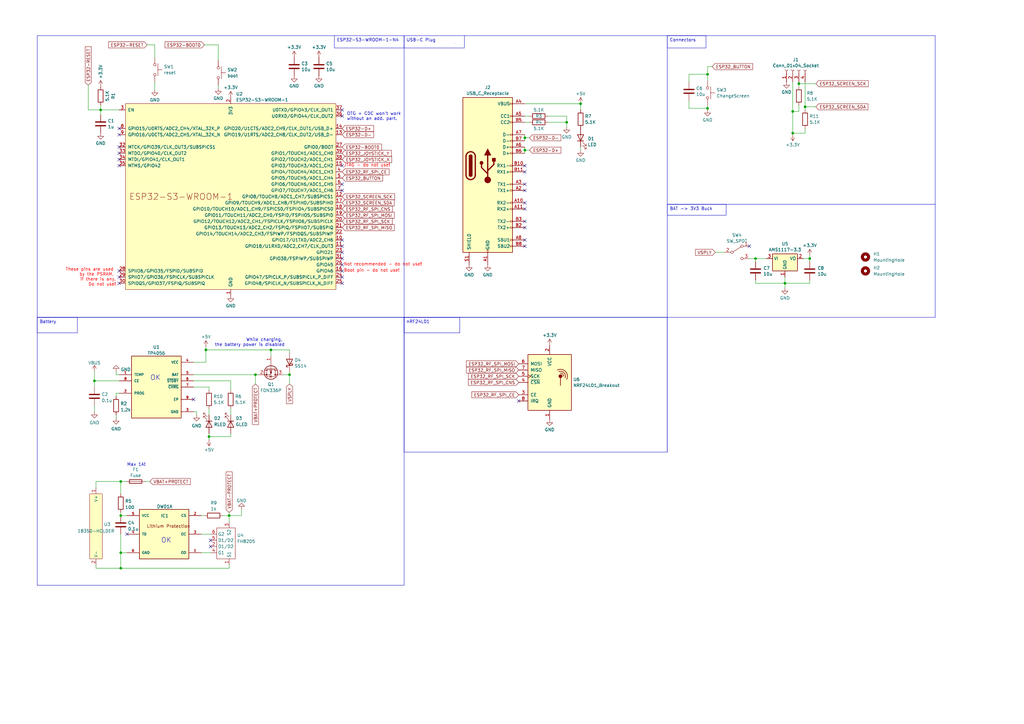
<source format=kicad_sch>
(kicad_sch (version 20230121) (generator eeschema)
  (paper "A3")
  (title_block (title "3mode controller") (date "2024-04-21"))
  (lib_symbols
    (symbol "Connector:Conn_01x04_Socket" (pin_names (offset 1.016) hide)
      (property "Reference" "J" (at 0 5.08 0))
      (property "Value" "Conn_01x04_Socket" (at 0 -7.62 0))
      (symbol "Conn_01x04_Socket_1_1"
        (pin passive line (at -5.08 2.54 0) (length 3.81) (name "Pin_1") (number "1"))
        (pin passive line (at -5.08 0 0) (length 3.81) (name "Pin_2") (number "2"))
        (pin passive line (at -5.08 -2.54 0) (length 3.81) (name "Pin_3") (number "3"))
        (pin passive line (at -5.08 -5.08 0) (length 3.81) (name "Pin_4") (number "4"))
      )
    )
    (symbol "Connector:USB_C_Receptacle" (pin_names (offset 1.016))
      (property "Reference" "J" (at -10.16 29.21 0))
      (property "Value" "USB_C_Receptacle" (at 10.16 29.21 0))
      (symbol "USB_C_Receptacle_1_1"
        (pin passive line (at 0 -40.64 90) (length 5.08) (name "GND") (number "A1"))
        (pin bidirectional line (at 15.24 -15.24 180) (length 5.08) (name "RX2-") (number "A10"))
        (pin bidirectional line (at 15.24 -17.78 180) (length 5.08) (name "RX2+") (number "A11"))
        (pin passive line (at 0 -40.64 90) (length 5.08) hide (name "GND") (number "A12"))
        (pin bidirectional line (at 15.24 -10.16 180) (length 5.08) (name "TX1+") (number "A2"))
        (pin bidirectional line (at 15.24 -7.62 180) (length 5.08) (name "TX1-") (number "A3"))
        (pin passive line (at 15.24 25.4 180) (length 5.08) (name "VBUS") (number "A4"))
        (pin bidirectional line (at 15.24 20.32 180) (length 5.08) (name "CC1") (number "A5"))
        (pin bidirectional line (at 15.24 7.62 180) (length 5.08) (name "D+") (number "A6"))
        (pin bidirectional line (at 15.24 12.7 180) (length 5.08) (name "D-") (number "A7"))
        (pin bidirectional line (at 15.24 -30.48 180) (length 5.08) (name "SBU1") (number "A8"))
        (pin passive line (at 15.24 25.4 180) (length 5.08) hide (name "VBUS") (number "A9"))
        (pin passive line (at 0 -40.64 90) (length 5.08) hide (name "GND") (number "B1"))
        (pin bidirectional line (at 15.24 0 180) (length 5.08) (name "RX1-") (number "B10"))
        (pin bidirectional line (at 15.24 -2.54 180) (length 5.08) (name "RX1+") (number "B11"))
        (pin passive line (at 0 -40.64 90) (length 5.08) hide (name "GND") (number "B12"))
        (pin bidirectional line (at 15.24 -25.4 180) (length 5.08) (name "TX2+") (number "B2"))
        (pin bidirectional line (at 15.24 -22.86 180) (length 5.08) (name "TX2-") (number "B3"))
        (pin passive line (at 15.24 25.4 180) (length 5.08) hide (name "VBUS") (number "B4"))
        (pin bidirectional line (at 15.24 17.78 180) (length 5.08) (name "CC2") (number "B5"))
        (pin bidirectional line (at 15.24 5.08 180) (length 5.08) (name "D+") (number "B6"))
        (pin bidirectional line (at 15.24 10.16 180) (length 5.08) (name "D-") (number "B7"))
        (pin bidirectional line (at 15.24 -33.02 180) (length 5.08) (name "SBU2") (number "B8"))
        (pin passive line (at 15.24 25.4 180) (length 5.08) hide (name "VBUS") (number "B9"))
        (pin passive line (at -7.62 -40.64 90) (length 5.08) (name "SHIELD") (number "S1"))
      )
    )
    (symbol "CustomSymbols:18350-HOLDER"
      (property "Reference" "U" (at 0 -7.62 0))
      (property "Value" "18350-HOLDER" (at 0 -10.16 0))
      (symbol "18350-HOLDER_1_1"
        (pin bidirectional line (at -16.51 0 0) (length 2.54) (name "V+") (number "1"))
        (pin bidirectional line (at 15.24 0 180) (length 2.54) (name "V-") (number "2"))
      )
    )
    (symbol "DW01A:DW01A" (pin_names (offset 1.016))
      (property "Reference" "IC1" (at 0.2094 7.5098 0))
      (property "Value" "DW01A" (at 0.2094 11.3229 0))
      (symbol "DW01A_0_0"
        (text "Lithium Protection" (at -7.112 2.54 0) (effects (font (size 1.27 1.27)) (justify left bottom)))
        (pin bidirectional line (at 15.24 -7.62 180) (length 5.08) (name "OD") (number "1"))
        (pin bidirectional line (at 15.24 7.62 180) (length 5.08) (name "CS") (number "2"))
        (pin bidirectional line (at 15.24 0 180) (length 5.08) (name "OC") (number "3"))
        (pin bidirectional line (at -15.24 0 0) (length 5.08) (name "TD") (number "4"))
        (pin power_in line (at -15.24 7.62 0) (length 5.08) (name "VCC") (number "5"))
        (pin power_in line (at -15.24 -7.62 0) (length 5.08) (name "GND") (number "6"))
      )
    )
    (symbol "Device:C" (pin_numbers hide) (pin_names (offset 0.254))
      (property "Reference" "C" (at 0.635 2.54 0))
      (property "Value" "C" (at 0.635 -2.54 0))
      (symbol "C_1_1"
        (pin passive line (at 0 3.81 270) (length 2.794) (name "~") (number "1"))
        (pin passive line (at 0 -3.81 90) (length 2.794) (name "~") (number "2"))
      )
    )
    (symbol "Device:D_Schottky" (pin_numbers hide) (pin_names (offset 1.016) hide)
      (property "Reference" "D" (at 0 2.54 0))
      (property "Value" "D_Schottky" (at 0 -2.54 0))
      (symbol "D_Schottky_1_1"
        (pin passive line (at -3.81 0 0) (length 2.54) (name "K") (number "1"))
        (pin passive line (at 3.81 0 180) (length 2.54) (name "A") (number "2"))
      )
    )
    (symbol "Device:Fuse" (pin_numbers hide) (pin_names (offset 0))
      (property "Reference" "F" (at 2.032 0 90))
      (property "Value" "Fuse" (at -1.905 0 90))
      (symbol "Fuse_1_1"
        (pin passive line (at 0 3.81 270) (length 1.27) (name "~") (number "1"))
        (pin passive line (at 0 -3.81 90) (length 1.27) (name "~") (number "2"))
      )
    )
    (symbol "Device:LED" (pin_numbers hide) (pin_names (offset 1.016) hide)
      (property "Reference" "D" (at 0 2.54 0))
      (property "Value" "LED" (at 0 -2.54 0))
      (symbol "LED_1_1"
        (pin passive line (at -3.81 0 0) (length 2.54) (name "K") (number "1"))
        (pin passive line (at 3.81 0 180) (length 2.54) (name "A") (number "2"))
      )
    )
    (symbol "Device:R" (pin_numbers hide) (pin_names (offset 0))
      (property "Reference" "R" (at 2.032 0 90))
      (property "Value" "R" (at 0 0 90))
      (symbol "R_1_1"
        (pin passive line (at 0 3.81 270) (length 1.27) (name "~") (number "1"))
        (pin passive line (at 0 -3.81 90) (length 1.27) (name "~") (number "2"))
      )
    )
    (symbol "Mechanical:MountingHole" (pin_names (offset 1.016))
      (property "Reference" "H" (at 0 5.08 0))
      (property "Value" "MountingHole" (at 0 3.175 0))
    )
    (symbol "PCM_Espressif:ESP32-S3-WROOM-1" (pin_names (offset 1.016))
      (property "Reference" "U" (at -43.18 43.18 0))
      (property "Value" "ESP32-S3-WROOM-1" (at -43.18 40.64 0))
      (symbol "ESP32-S3-WROOM-1_0_0"
        (text "ESP32-S3-WROOM-1" (at -20.32 0 0) (effects (font (size 2.54 2.54))))
        (pin power_in line (at 0 -40.64 90) (length 2.54) (name "GND") (number "1"))
        (pin bidirectional line (at 45.72 -17.78 180) (length 2.54) (name "GPIO17/U1TXD/ADC2_CH6") (number "10"))
        (pin bidirectional line (at 45.72 -20.32 180) (length 2.54) (name "GPIO18/U1RXD/ADC2_CH7/CLK_OUT3") (number "11"))
        (pin bidirectional line (at 45.72 0 180) (length 2.54) (name "GPIO8/TOUCH8/ADC1_CH7/SUBSPICS1") (number "12"))
        (pin bidirectional line (at 45.72 25.4 180) (length 2.54) (name "GPIO19/U1RTS/ADC2_CH8/CLK_OUT2/USB_D-") (number "13"))
        (pin bidirectional line (at 45.72 27.94 180) (length 2.54) (name "GPIO20/U1CTS/ADC2_CH9/CLK_OUT1/USB_D+") (number "14"))
        (pin bidirectional line (at 45.72 12.7 180) (length 2.54) (name "GPIO3/TOUCH3/ADC1_CH2") (number "15"))
        (pin bidirectional line (at 45.72 -30.48 180) (length 2.54) (name "GPIO46") (number "16"))
        (pin bidirectional line (at 45.72 -2.54 180) (length 2.54) (name "GPIO9/TOUCH9/ADC1_CH8/FSPIHD/SUBSPIHD") (number "17"))
        (pin bidirectional line (at 45.72 -5.08 180) (length 2.54) (name "GPIO10/TOUCH10/ADC1_CH9/FSPICS0/FSPIIO4/SUBSPICS0") (number "18"))
        (pin bidirectional line (at 45.72 -7.62 180) (length 2.54) (name "GPIO11/TOUCH11/ADC2_CH0/FSPID/FSPIIO5/SUBSPID") (number "19"))
        (pin power_in line (at 0 40.64 270) (length 2.54) (name "3V3") (number "2"))
        (pin bidirectional line (at 45.72 -10.16 180) (length 2.54) (name "GPIO12/TOUCH12/ADC2_CH1/FSPICLK/FSPIIO6/SUBSPICLK") (number "20"))
        (pin bidirectional line (at 45.72 -12.7 180) (length 2.54) (name "GPIO13/TOUCH13/ADC2_CH2/FSPIQ/FSPIIO7/SUBSPIQ") (number "21"))
        (pin bidirectional line (at 45.72 -15.24 180) (length 2.54) (name "GPIO14/TOUCH14/ADC2_CH3/FSPIWP/FSPIDQS/SUBSPIWP") (number "22"))
        (pin bidirectional line (at 45.72 -22.86 180) (length 2.54) (name "GPIO21") (number "23"))
        (pin bidirectional line (at 45.72 -33.02 180) (length 2.54) (name "GPIO47/SPICLK_P/SUBSPICLK_P_DIFF") (number "24"))
        (pin bidirectional line (at 45.72 -35.56 180) (length 2.54) (name "GPIO48/SPICLK_N/SUBSPICLK_N_DIFF") (number "25"))
        (pin bidirectional line (at 45.72 -27.94 180) (length 2.54) (name "GPIO45") (number "26"))
        (pin bidirectional line (at 45.72 20.32 180) (length 2.54) (name "GPIO0/BOOT") (number "27"))
        (pin bidirectional line (at -45.72 -30.48 0) (length 2.54) (name "SPIIO6/GPIO35/FSPID/SUBSPID") (number "28"))
        (pin bidirectional line (at -45.72 -33.02 0) (length 2.54) (name "SPIIO7/GPIO36/FSPICLK/SUBSPICLK") (number "29"))
        (pin input line (at -45.72 35.56 0) (length 2.54) (name "EN") (number "3"))
        (pin bidirectional line (at -45.72 -35.56 0) (length 2.54) (name "SPIDQS/GPIO37/FSPIQ/SUBSPIQ") (number "30"))
        (pin bidirectional line (at 45.72 -25.4 180) (length 2.54) (name "GPIO38/FSPIWP/SUBSPIWP") (number "31"))
        (pin bidirectional line (at -45.72 20.32 0) (length 2.54) (name "MTCK/GPIO39/CLK_OUT3/SUBSPICS1") (number "32"))
        (pin bidirectional line (at -45.72 17.78 0) (length 2.54) (name "MTDO/GPIO40/CLK_OUT2") (number "33"))
        (pin bidirectional line (at -45.72 15.24 0) (length 2.54) (name "MTDI/GPIO41/CLK_OUT1") (number "34"))
        (pin bidirectional line (at -45.72 12.7 0) (length 2.54) (name "MTMS/GPIO42") (number "35"))
        (pin bidirectional line (at 45.72 33.02 180) (length 2.54) (name "U0RXD/GPIO44/CLK_OUT2") (number "36"))
        (pin bidirectional line (at 45.72 35.56 180) (length 2.54) (name "U0TXD/GPIO43/CLK_OUT1") (number "37"))
        (pin bidirectional line (at 45.72 15.24 180) (length 2.54) (name "GPIO2/TOUCH2/ADC1_CH1") (number "38"))
        (pin bidirectional line (at 45.72 17.78 180) (length 2.54) (name "GPIO1/TOUCH1/ADC1_CH0") (number "39"))
        (pin bidirectional line (at 45.72 10.16 180) (length 2.54) (name "GPIO4/TOUCH4/ADC1_CH3") (number "4"))
        (pin passive line (at 0 -40.64 90) (length 2.54) hide (name "GND") (number "40"))
        (pin passive line (at 0 -40.64 90) (length 2.54) hide (name "GND") (number "41"))
        (pin bidirectional line (at 45.72 7.62 180) (length 2.54) (name "GPIO5/TOUCH5/ADC1_CH4") (number "5"))
        (pin bidirectional line (at 45.72 5.08 180) (length 2.54) (name "GPIO6/TOUCH6/ADC1_CH5") (number "6"))
        (pin bidirectional line (at 45.72 2.54 180) (length 2.54) (name "GPIO7/TOUCH7/ADC1_CH6") (number "7"))
        (pin bidirectional line (at -45.72 27.94 0) (length 2.54) (name "GPIO15/U0RTS/ADC2_CH4/XTAL_32K_P") (number "8"))
        (pin bidirectional line (at -45.72 25.4 0) (length 2.54) (name "GPIO16/U0CTS/ADC2_CH5/XTAL_32K_N") (number "9"))
      )
    )
    (symbol "RF:NRF24L01_Breakout" (pin_names (offset 1.016))
      (property "Reference" "U" (at -8.89 12.7 0))
      (property "Value" "NRF24L01_Breakout" (at 3.81 12.7 0))
      (symbol "NRF24L01_Breakout_1_1"
        (pin power_in line (at 0 -15.24 90) (length 3.81) (name "GND") (number "1"))
        (pin power_in line (at 0 15.24 270) (length 3.81) (name "VCC") (number "2"))
        (pin input line (at -12.7 -5.08 0) (length 3.81) (name "CE") (number "3"))
        (pin input line (at -12.7 0 0) (length 3.81) (name "~{CSN}") (number "4"))
        (pin input clock (at -12.7 2.54 0) (length 3.81) (name "SCK") (number "5"))
        (pin input line (at -12.7 7.62 0) (length 3.81) (name "MOSI") (number "6"))
        (pin output line (at -12.7 5.08 0) (length 3.81) (name "MISO") (number "7"))
        (pin output line (at -12.7 -7.62 0) (length 3.81) (name "IRQ") (number "8"))
      )
    )
    (symbol "Regulator_Linear:AMS1117-3.3"
      (property "Reference" "U" (at -3.81 3.175 0))
      (property "Value" "AMS1117-3.3" (at 0 3.175 0))
      (symbol "AMS1117-3.3_1_1"
        (pin power_in line (at 0 -7.62 90) (length 2.54) (name "GND") (number "1"))
        (pin power_out line (at 7.62 0 180) (length 2.54) (name "VO") (number "2"))
        (pin power_in line (at -7.62 0 0) (length 2.54) (name "VI") (number "3"))
      )
    )
    (symbol "Switch:SW_Push" (pin_numbers hide) (pin_names (offset 1.016) hide)
      (property "Reference" "SW" (at 1.27 2.54 0))
      (property "Value" "SW_Push" (at 0 -1.524 0))
      (symbol "SW_Push_0_1"
        (pin passive line (at -5.08 0 0) (length 2.54) (name "1") (number "1"))
        (pin passive line (at 5.08 0 180) (length 2.54) (name "2") (number "2"))
      )
    )
    (symbol "Switch:SW_SPDT" (pin_names (offset 0) hide)
      (property "Reference" "SW" (at 0 4.318 0))
      (property "Value" "SW_SPDT" (at 0 -5.08 0))
      (symbol "SW_SPDT_1_1"
        (pin passive line (at 5.08 2.54 180) (length 2.54) (name "A") (number "1"))
        (pin passive line (at -5.08 0 0) (length 2.54) (name "B") (number "2"))
        (pin passive line (at 5.08 -2.54 180) (length 2.54) (name "C") (number "3"))
      )
    )
    (symbol "TP4046:TP4056" (pin_names (offset 1.016))
      (property "Reference" "U" (at -10.16 13.208 0))
      (property "Value" "TP4056" (at -10.16 -15.24 0))
      (symbol "TP4056_0_0"
        (pin input line (at -15.24 5.08 0) (length 5.08) (name "TEMP") (number "1"))
        (pin bidirectional line (at -15.24 -2.54 0) (length 5.08) (name "PROG") (number "2"))
        (pin power_in line (at 15.24 -10.16 180) (length 5.08) (name "GND") (number "3"))
        (pin power_in line (at 15.24 10.16 180) (length 5.08) (name "VCC") (number "4"))
        (pin output line (at 15.24 5.08 180) (length 5.08) (name "BAT") (number "5"))
        (pin output line (at 15.24 2.54 180) (length 5.08) (name "~{STDBY}") (number "6"))
        (pin output line (at 15.24 0 180) (length 5.08) (name "~{CHRG}") (number "7"))
        (pin input line (at -15.24 2.54 0) (length 5.08) (name "CE") (number "8"))
        (pin passive line (at 15.24 -5.08 180) (length 5.08) (name "EP") (number "9"))
      )
    )
    (symbol "Transistor_FET:FDN340P" (pin_names hide)
      (property "Reference" "Q" (at 5.08 1.905 0))
      (property "Value" "FDN340P" (at 5.08 0 0))
      (symbol "FDN340P_1_1"
        (pin input line (at -5.08 0 0) (length 2.54) (name "G") (number "1"))
        (pin passive line (at 2.54 -5.08 90) (length 2.54) (name "S") (number "2"))
        (pin passive line (at 2.54 5.08 270) (length 2.54) (name "D") (number "3"))
      )
    )
    (symbol "Transistor_FET:FH8205"
      (property "Reference" "U" (at 0 -2.54 0))
      (property "Value" "FH8205" (at 0 -2.54 0))
      (symbol "FH8205_1_1"
        (pin input line (at -8.89 1.27 0) (length 2.54) (name "S1") (number "1"))
        (pin input line (at -1.27 8.89 270) (length 2.54) (name "D1/D2") (number "2"))
        (pin input line (at 8.89 1.27 180) (length 2.54) (name "S2") (number "3"))
        (pin input line (at -3.81 8.89 270) (length 2.54) (name "G1") (number "4"))
        (pin input line (at 1.27 8.89 270) (length 2.54) (name "D1/D2") (number "5"))
        (pin input line (at 3.81 8.89 270) (length 2.54) (name "G2") (number "6"))
      )
    )
    (symbol "power:+3.3V" (power) (pin_names (offset 0))
      (property "Value" "+3.3V" (at 0 3.556 0))
      (symbol "+3.3V_1_1"
        (pin power_in line (at 0 0 90) (length 0) hide (name "+3.3V") (number "1"))
      )
    )
    (symbol "power:+5V" (power) (pin_names (offset 0))
      (property "Value" "+5V" (at 0 3.556 0))
      (symbol "+5V_1_1"
        (pin power_in line (at 0 0 90) (length 0) hide (name "+5V") (number "1"))
      )
    )
    (symbol "power:GND" (power) (pin_names (offset 0))
      (property "Value" "GND" (at 0 -3.81 0))
      (symbol "GND_1_1"
        (pin power_in line (at 0 0 270) (length 0) hide (name "GND") (number "1"))
      )
    )
    (symbol "power:VBUS" (power) (pin_names (offset 0))
      (property "Value" "VBUS" (at 0 3.81 0))
      (symbol "VBUS_1_1"
        (pin power_in line (at 0 0 90) (length 0) hide (name "VBUS") (number "1"))
      )
    )
  )
  (junction (at 49.53 233.045))
  (junction (at 309.88 106.045))
  (junction (at 49.53 211.455))
  (junction (at 327.66 34.29))
  (junction (at 38.735 156.21))
  (junction (at 118.745 153.67))
  (junction (at 330.2 43.815))
  (junction (at 238.125 42.545))
  (junction (at 41.275 45.085))
  (junction (at 325.12 54.61))
  (junction (at 215.265 56.515))
  (junction (at 49.53 226.695))
  (junction (at 111.125 143.51))
  (junction (at 321.945 116.205))
  (junction (at 84.455 143.51))
  (junction (at 325.12 45.72))
  (junction (at 215.265 61.595))
  (junction (at 290.195 30.48))
  (junction (at 332.105 106.045))
  (junction (at 85.725 179.07))
  (junction (at 104.775 153.67))
  (junction (at 93.98 211.455))
  (junction (at 232.41 50.165))
  (junction (at 290.195 44.45))
  (junction (at 49.53 197.485))
  (no_connect (at 215.265 75.565))
  (no_connect (at 48.895 62.865))
  (no_connect (at 215.265 67.945))
  (no_connect (at 140.335 106.045))
  (no_connect (at 215.265 70.485))
  (no_connect (at 215.265 100.965))
  (no_connect (at 86.36 221.615))
  (no_connect (at 140.335 111.125))
  (no_connect (at 140.335 103.505))
  (no_connect (at 48.895 60.325))
  (no_connect (at 48.895 116.205))
  (no_connect (at 307.34 100.965))
  (no_connect (at 215.265 85.725))
  (no_connect (at 140.335 75.565))
  (no_connect (at 48.895 55.245))
  (no_connect (at 48.895 52.705))
  (no_connect (at 140.335 47.625))
  (no_connect (at 48.895 113.665))
  (no_connect (at 48.895 67.945))
  (no_connect (at 140.335 67.945))
  (no_connect (at 140.335 100.965))
  (no_connect (at 215.265 98.425))
  (no_connect (at 79.375 163.83))
  (no_connect (at 215.265 78.105))
  (no_connect (at 215.265 90.805))
  (no_connect (at 215.265 93.345))
  (no_connect (at 48.895 111.125))
  (no_connect (at 140.335 98.425))
  (no_connect (at 140.335 108.585))
  (no_connect (at 215.265 83.185))
  (no_connect (at 140.335 116.205))
  (no_connect (at 86.36 224.155))
  (no_connect (at 52.07 219.075))
  (no_connect (at 212.725 164.465))
  (no_connect (at 140.335 45.085))
  (no_connect (at 140.335 113.665))
  (no_connect (at 140.335 78.105))
  (no_connect (at 48.895 65.405))
  (wire (pts (xy 49.53 197.485) (xy 51.816 197.485)))
  (wire (pts (xy 116.205 153.67) (xy 118.745 153.67)))
  (wire (pts (xy 94.615 156.21) (xy 94.615 160.02)))
  (wire (pts (xy 49.53 226.695) (xy 49.53 233.045)))
  (wire (pts (xy 59.436 197.485) (xy 61.468 197.485)))
  (wire (pts (xy 48.895 45.085) (xy 41.275 45.085)))
  (polyline (pts (xy 273.685 83.82) (xy 273.685 130.175)))
  (wire (pts (xy 327.66 34.29) (xy 327.66 35.56)))
  (wire (pts (xy 47.625 170.18) (xy 47.625 171.45)))
  (polyline (pts (xy 383.54 14.605) (xy 383.54 83.82)))
  (wire (pts (xy 215.265 60.325) (xy 215.265 61.595)))
  (wire (pts (xy 238.125 60.325) (xy 238.125 61.595)))
  (wire (pts (xy 91.44 211.455) (xy 93.98 211.455)))
  (wire (pts (xy 80.645 168.91) (xy 80.645 170.18)))
  (wire (pts (xy 321.945 116.205) (xy 332.105 116.205)))
  (wire (pts (xy 330.2 43.815) (xy 334.645 43.815)))
  (wire (pts (xy 85.725 158.75) (xy 85.725 160.02)))
  (wire (pts (xy 94.615 179.07) (xy 94.615 177.8)))
  (wire (pts (xy 94.615 167.64) (xy 94.615 170.18)))
  (wire (pts (xy 89.535 34.925) (xy 89.535 36.195)))
  (wire (pts (xy 85.725 177.8) (xy 85.725 179.07)))
  (wire (pts (xy 84.455 142.24) (xy 84.455 143.51)))
  (wire (pts (xy 282.575 33.655) (xy 282.575 30.48)))
  (wire (pts (xy 49.53 210.185) (xy 49.53 211.455)))
  (wire (pts (xy 84.455 143.51) (xy 84.455 148.59)))
  (polyline (pts (xy 165.735 19.685) (xy 165.735 130.175)))
  (wire (pts (xy 47.625 162.56) (xy 47.625 161.29)))
  (wire (pts (xy 36.195 34.925) (xy 36.195 45.085)))
  (wire (pts (xy 63.5 33.655) (xy 63.5 36.83)))
  (wire (pts (xy 332.105 114.935) (xy 332.105 116.205)))
  (wire (pts (xy 93.98 231.775) (xy 93.98 233.045)))
  (wire (pts (xy 79.375 168.91) (xy 80.645 168.91)))
  (wire (pts (xy 330.2 52.705) (xy 330.2 54.61)))
  (wire (pts (xy 39.37 233.045) (xy 49.53 233.045)))
  (polyline (pts (xy 15.24 130.175) (xy 19.685 130.175)))
  (wire (pts (xy 47.625 153.67) (xy 48.895 153.67)))
  (wire (pts (xy 38.735 152.4) (xy 38.735 156.21)))
  (polyline (pts (xy 169.545 130.175) (xy 201.295 130.175)))
  (polyline (pts (xy 273.685 185.42) (xy 273.685 130.175)))
  (wire (pts (xy 327.66 43.18) (xy 327.66 45.72)))
  (wire (pts (xy 82.55 211.455) (xy 83.82 211.455)))
  (wire (pts (xy 327.66 45.72) (xy 325.12 45.72)))
  (wire (pts (xy 327.66 33.655) (xy 327.66 34.29)))
  (wire (pts (xy 41.275 45.085) (xy 41.275 46.99)))
  (wire (pts (xy 321.945 113.665) (xy 321.945 116.205)))
  (wire (pts (xy 60.325 18.415) (xy 63.5 18.415)))
  (wire (pts (xy 39.37 197.485) (xy 49.53 197.485)))
  (wire (pts (xy 79.375 153.67) (xy 104.775 153.67)))
  (wire (pts (xy 332.105 106.045) (xy 332.105 107.315)))
  (polyline (pts (xy 240.03 14.605) (xy 273.685 14.605)))
  (polyline (pts (xy 15.24 14.605) (xy 15.24 130.175)))
  (wire (pts (xy 215.265 50.165) (xy 217.17 50.165)))
  (wire (pts (xy 290.195 43.18) (xy 290.195 44.45)))
  (wire (pts (xy 330.2 43.815) (xy 330.2 45.085)))
  (wire (pts (xy 232.41 47.625) (xy 224.79 47.625)))
  (wire (pts (xy 106.045 153.67) (xy 104.775 153.67)))
  (wire (pts (xy 84.455 143.51) (xy 111.125 143.51)))
  (wire (pts (xy 85.725 179.07) (xy 94.615 179.07)))
  (wire (pts (xy 118.745 153.67) (xy 118.745 157.48)))
  (polyline (pts (xy 165.735 130.175) (xy 169.545 130.175)))
  (wire (pts (xy 82.55 226.695) (xy 86.36 226.695)))
  (wire (pts (xy 292.1 27.305) (xy 290.195 27.305)))
  (wire (pts (xy 215.265 56.515) (xy 217.17 56.515)))
  (wire (pts (xy 325.12 33.655) (xy 325.12 45.72)))
  (wire (pts (xy 215.265 61.595) (xy 215.265 62.865)))
  (wire (pts (xy 49.53 211.455) (xy 52.07 211.455)))
  (wire (pts (xy 309.88 106.045) (xy 314.325 106.045)))
  (wire (pts (xy 327.66 34.29) (xy 334.645 34.29)))
  (wire (pts (xy 118.745 143.51) (xy 118.745 144.78)))
  (wire (pts (xy 63.5 18.415) (xy 63.5 23.495)))
  (wire (pts (xy 39.37 231.775) (xy 39.37 233.045)))
  (polyline (pts (xy 273.685 14.605) (xy 273.685 45.72)))
  (wire (pts (xy 290.195 30.48) (xy 290.195 33.02)))
  (wire (pts (xy 238.125 45.085) (xy 238.125 42.545)))
  (wire (pts (xy 82.55 219.075) (xy 86.36 219.075)))
  (polyline (pts (xy 19.685 130.175) (xy 165.735 130.175)))
  (polyline (pts (xy 273.685 14.605) (xy 383.54 14.605)))
  (wire (pts (xy 99.06 208.915) (xy 99.06 211.455)))
  (wire (pts (xy 290.195 27.305) (xy 290.195 30.48)))
  (wire (pts (xy 215.265 56.515) (xy 215.265 57.785)))
  (wire (pts (xy 232.41 52.07) (xy 232.41 50.165)))
  (wire (pts (xy 282.575 41.275) (xy 282.575 44.45)))
  (polyline (pts (xy 198.755 14.605) (xy 240.03 14.605)))
  (wire (pts (xy 89.535 18.415) (xy 89.535 24.765)))
  (wire (pts (xy 215.265 47.625) (xy 217.17 47.625)))
  (wire (pts (xy 309.88 114.935) (xy 309.88 116.205)))
  (wire (pts (xy 325.12 45.72) (xy 325.12 54.61)))
  (wire (pts (xy 47.625 161.29) (xy 48.895 161.29)))
  (wire (pts (xy 309.88 116.205) (xy 321.945 116.205)))
  (wire (pts (xy 83.82 18.415) (xy 89.535 18.415)))
  (wire (pts (xy 79.375 148.59) (xy 84.455 148.59)))
  (wire (pts (xy 38.735 156.21) (xy 38.735 158.75)))
  (wire (pts (xy 224.79 50.165) (xy 232.41 50.165)))
  (wire (pts (xy 309.88 106.045) (xy 309.88 107.315)))
  (wire (pts (xy 330.2 33.655) (xy 330.2 43.815)))
  (wire (pts (xy 215.265 55.245) (xy 215.265 56.515)))
  (wire (pts (xy 99.06 211.455) (xy 93.98 211.455)))
  (wire (pts (xy 79.375 156.21) (xy 94.615 156.21)))
  (wire (pts (xy 47.625 152.4) (xy 47.625 153.67)))
  (wire (pts (xy 215.265 42.545) (xy 238.125 42.545)))
  (wire (pts (xy 111.125 146.05) (xy 111.125 143.51)))
  (wire (pts (xy 118.745 143.51) (xy 111.125 143.51)))
  (wire (pts (xy 85.725 167.64) (xy 85.725 170.18)))
  (wire (pts (xy 118.745 152.4) (xy 118.745 153.67)))
  (wire (pts (xy 321.945 116.205) (xy 321.945 118.11)))
  (wire (pts (xy 41.275 43.18) (xy 41.275 45.085)))
  (wire (pts (xy 36.195 45.085) (xy 41.275 45.085)))
  (wire (pts (xy 282.575 30.48) (xy 290.195 30.48)))
  (wire (pts (xy 93.98 211.455) (xy 93.98 213.995)))
  (wire (pts (xy 49.53 219.075) (xy 49.53 226.695)))
  (wire (pts (xy 325.12 54.61) (xy 325.12 55.245)))
  (wire (pts (xy 38.735 156.21) (xy 48.895 156.21)))
  (wire (pts (xy 282.575 44.45) (xy 290.195 44.45)))
  (polyline (pts (xy 383.54 83.82) (xy 273.685 83.82)))
  (polyline (pts (xy 190.5 14.605) (xy 198.755 14.605)))
  (wire (pts (xy 79.375 158.75) (xy 85.725 158.75)))
  (wire (pts (xy 39.37 200.025) (xy 39.37 197.485)))
  (wire (pts (xy 38.735 166.37) (xy 38.735 168.91)))
  (polyline (pts (xy 201.295 130.175) (xy 273.685 130.175)))
  (wire (pts (xy 49.53 197.485) (xy 49.53 202.565)))
  (wire (pts (xy 85.725 179.07) (xy 85.725 180.34)))
  (wire (pts (xy 52.07 226.695) (xy 49.53 226.695)))
  (wire (pts (xy 215.265 61.595) (xy 217.17 61.595)))
  (wire (pts (xy 293.37 103.505) (xy 297.18 103.505)))
  (wire (pts (xy 49.53 233.045) (xy 93.98 233.045)))
  (wire (pts (xy 332.105 106.045) (xy 332.105 104.775)))
  (wire (pts (xy 290.195 44.45) (xy 290.195 45.085)))
  (polyline (pts (xy 273.685 83.82) (xy 273.685 45.72)))
  (wire (pts (xy 232.41 50.165) (xy 232.41 47.625)))
  (polyline (pts (xy 137.16 14.605) (xy 15.24 14.605)))
  (wire (pts (xy 307.34 106.045) (xy 309.88 106.045)))
  (wire (pts (xy 329.565 106.045) (xy 332.105 106.045)))
  (wire (pts (xy 330.2 54.61) (xy 325.12 54.61)))
  (wire (pts (xy 93.98 210.185) (xy 93.98 211.455)))
  (wire (pts (xy 104.775 153.67) (xy 104.775 157.48)))
  (rectangle (start 186.69 17.78) (end 186.69 17.78))
  (rectangle (start 273.685 130.175) (end 383.54 130.175))
  (rectangle (start 15.24 130.175) (end 165.735 240.03))
  (rectangle (start 383.54 83.82) (end 383.54 130.175))
  (rectangle (start 165.735 130.175) (end 273.685 185.42))
  (text_box "USB-C Plug" (at 165.735 14.605 0) (size 24.765 5.08) (effects (font (size 1.27 1.27)) (justify left top)))
  (text_box "ESP32-S3-WROOM-1-N4" (at 137.16 14.605 0) (size 28.575 5.08) (effects (font (size 1.27 1.27)) (justify left top)))
  (text_box "Connectors" (at 273.685 14.605 0) (size 15.875 5.08) (effects (font (size 1.27 1.27)) (justify left top)))
  (text_box "Battery" (at 15.24 130.175 0) (size 16.51 6.35) (effects (font (size 1.27 1.27)) (justify left top)))
  (text_box "nRF24L01" (at 165.735 130.175 0) (size 22.86 6.35) (effects (font (size 1.27 1.27)) (justify left top)))
  (text_box "BAT -> 3V3 Buck" (at 273.685 83.82 0) (size 24.13 4.445) (effects (font (size 1.27 1.27)) (justify left top)))
  (text "Max 1A!" (at 52.07 191.389 0) (effects (font (size 1.27 1.27)) (justify left bottom)))
  (text "Not recommended - do not use!" (at 140.97 109.22 0) (effects (font (size 1.27 1.27)) (justify left bottom)))
  (text "Boot pin - do not use!" (at 140.97 111.76 0) (effects (font (size 1.27 1.27)) (justify left bottom)))
  (text "OK" (at 61.595 156.21 0) (effects (font (size 2 2)) (justify left bottom)))
  (text "JTAG - do not use!" (at 140.97 68.58 0) (effects (font (size 1.27 1.27)) (justify left bottom)))
  (text "While charging, \nthe battery power is disabled" (at 116.84 142.24 0) (effects (font (size 1.27 1.27)) (justify right bottom)))
  (text "These pins are used \nby the PSRAM, \nif there is any.\nDo not use!" (at 47.625 117.475 0) (effects (font (size 1.27 1.27)) (justify right bottom)))
  (text "OTG + CDC won't work \nwithout an add. part." (at 142.24 49.53 0) (effects (font (size 1.27 1.27)) (justify left bottom)))
  (text "OK" (at 66.04 222.885 0) (effects (font (size 2 2)) (justify left bottom)))
  (global_label "ESP32-BOOT0" (shape input) (at 140.335 60.325 0) (property "Intersheetrefs" "${INTERSHEET_REFS}" (effects hide)))
  (global_label "ESP32-D+" (shape input) (at 140.335 52.705 0) (property "Intersheetrefs" "${INTERSHEET_REFS}" (effects hide)))
  (global_label "ESP32-D-" (shape input) (at 140.335 55.245 0) (property "Intersheetrefs" "${INTERSHEET_REFS}" (effects hide)))
  (global_label "ESP32-D-" (shape input) (at 217.17 56.515 0) (property "Intersheetrefs" "${INTERSHEET_REFS}" (effects hide)))
  (global_label "ESP32_RF_SPI_CE" (shape input) (at 212.725 161.925 180) (property "Intersheetrefs" "${INTERSHEET_REFS}" (effects hide)))
  (global_label "ESP32_RF_SPI_MOSI" (shape input) (at 140.335 88.265 0) (property "Intersheetrefs" "${INTERSHEET_REFS}" (effects hide)))
  (global_label "ESP32_SCREEN_SCK" (shape input) (at 140.335 80.645 0) (property "Intersheetrefs" "${INTERSHEET_REFS}" (effects hide)))
  (global_label "ESP32_SCREEN_SDA" (shape input) (at 334.645 43.815 0) (property "Intersheetrefs" "${INTERSHEET_REFS}" (effects hide)))
  (global_label "ESP32_JOYSTICK_Y" (shape input) (at 140.335 62.865 0) (property "Intersheetrefs" "${INTERSHEET_REFS}" (effects hide)))
  (global_label "ESP32_RF_SPI_MISO" (shape input) (at 140.335 93.345 0) (property "Intersheetrefs" "${INTERSHEET_REFS}" (effects hide)))
  (global_label "ESP32_RF_SPI_SCK" (shape input) (at 140.335 90.805 0) (property "Intersheetrefs" "${INTERSHEET_REFS}" (effects hide)))
  (global_label "ESP32_SCREEN_SDA" (shape input) (at 140.335 83.185 0) (property "Intersheetrefs" "${INTERSHEET_REFS}" (effects hide)))
  (global_label "ESP32_SCREEN_SCK" (shape input) (at 334.645 34.29 0) (property "Intersheetrefs" "${INTERSHEET_REFS}" (effects hide)))
  (global_label "ESP32_RF_SPI_CE" (shape input) (at 140.335 70.485 0) (property "Intersheetrefs" "${INTERSHEET_REFS}" (effects hide)))
  (global_label "VBAT+PROTECT" (shape input) (at 104.775 157.48 270) (property "Intersheetrefs" "${INTERSHEET_REFS}" (effects hide)))
  (global_label "ESP32_JOYSTICK_X" (shape input) (at 140.335 65.405 0) (property "Intersheetrefs" "${INTERSHEET_REFS}" (effects hide)))
  (global_label "ESP32_RF_SPI_MISO" (shape input) (at 212.725 151.765 180) (property "Intersheetrefs" "${INTERSHEET_REFS}" (effects hide)))
  (global_label "ESP32-D+" (shape input) (at 217.17 61.595 0) (property "Intersheetrefs" "${INTERSHEET_REFS}" (effects hide)))
  (global_label "ESP32_RF_SPI_CNS" (shape input) (at 140.335 85.725 0) (property "Intersheetrefs" "${INTERSHEET_REFS}" (effects hide)))
  (global_label "ESP32_BUTTON" (shape input) (at 292.1 27.305 0) (property "Intersheetrefs" "${INTERSHEET_REFS}" (effects hide)))
  (global_label "VBAT+PROTECT" (shape input) (at 61.468 197.485 0) (property "Intersheetrefs" "${INTERSHEET_REFS}" (effects hide)))
  (global_label "ESP32-BOOT0" (shape input) (at 83.82 18.415 180) (property "Intersheetrefs" "${INTERSHEET_REFS}" (effects hide)))
  (global_label "VSPLY" (shape input) (at 293.37 103.505 180) (property "Intersheetrefs" "${INTERSHEET_REFS}" (effects hide)))
  (global_label "ESP32_BUTTON" (shape input) (at 140.335 73.025 0) (property "Intersheetrefs" "${INTERSHEET_REFS}" (effects hide)))
  (global_label "VBAT-PROTECT" (shape input) (at 93.98 210.185 90) (property "Intersheetrefs" "${INTERSHEET_REFS}" (effects hide)))
  (global_label "ESP32_RF_SPI_SCK" (shape input) (at 212.725 154.305 180) (property "Intersheetrefs" "${INTERSHEET_REFS}" (effects hide)))
  (global_label "ESP32_RF_SPI_MOSI" (shape input) (at 212.725 149.225 180) (property "Intersheetrefs" "${INTERSHEET_REFS}" (effects hide)))
  (global_label "VSPLY" (shape input) (at 118.745 157.48 270) (property "Intersheetrefs" "${INTERSHEET_REFS}" (effects hide)))
  (global_label "ESP32-RESET" (shape input) (at 60.325 18.415 180) (property "Intersheetrefs" "${INTERSHEET_REFS}" (effects hide)))
  (global_label "ESP32-RESET" (shape input) (at 36.195 34.925 90) (property "Intersheetrefs" "${INTERSHEET_REFS}" (effects hide)))
  (global_label "ESP32_RF_SPI_CNS" (shape input) (at 212.725 156.845 180) (property "Intersheetrefs" "${INTERSHEET_REFS}" (effects hide)))
  (symbol (lib_id "Device:Fuse") (at 55.626 197.485 90) (unit 1)
    (property "Reference" "F1" (at 55.626 192.5787 90))
    (property "Value" "Fuse" (at 55.626 195.0029 90))
    (property "Footprint" "Fuse:Fuse_0603_1608Metric_Pad1.05x0.95mm_HandSolder" (effects hide))
    (property "Datasheet" "https://www.lcsc.com/product-detail/Fuses_Shenzhen-lanson-Elec-06H1100D_C182303.html" (effects hide))
    (property "LCSC" "C182303" (effects hide))
  )
  (symbol (lib_id "Device:R") (at 238.125 48.895 180) (unit 1)
    (property "Reference" "R7" (at 239.903 47.6829 0) (effects (justify right)))
    (property "Value" "5.1K" (at 239.903 50.1071 0) (effects (justify right)))
    (property "Footprint" "Resistor_SMD:R_0603_1608Metric_Pad0.98x0.95mm_HandSolder" (effects hide))
    (property "Datasheet" "https://www.lcsc.com/product-detail/Chip-Resistor-Surface-Mount_FOJAN-FRC0603J512-TS_C2907114.html" (effects hide))
    (property "LCSC" "C2907114" (effects hide))
  )
  (symbol (lib_id "TP4046:TP4056") (at 64.135 158.75 0) (unit 1)
    (property "Reference" "U1" (at 64.135 142.3502 0))
    (property "Value" "TP4056" (at 64.135 144.8871 0))
    (property "Footprint" "Package_SO:SOP-8_3.9x4.9mm_P1.27mm" (effects hide))
    (property "Datasheet" "https://datasheet.lcsc.com/lcsc/1809261820_TOPPOWER-Nanjing-Extension-Microelectronics-TP4056-42-ESOP8_C16581.pdf" (effects hide))
    (property "LCSC" "C16581" (effects hide))
  )
  (symbol (lib_id "Device:R") (at 87.63 211.455 270) (unit 1)
    (property "Reference" "R9" (at 87.63 206.2947 90))
    (property "Value" "1k" (at 87.63 208.7189 90))
    (property "Footprint" "Resistor_SMD:R_0603_1608Metric_Pad0.98x0.95mm_HandSolder" (effects hide))
    (property "Datasheet" "https://datasheet.lcsc.com/lcsc/1811151159_Resistor-Today-AECR0603F1K00K9_C328340.pdf" (effects hide))
    (property "LCSC" "C328340" (effects hide))
  )
  (symbol (lib_id "Device:D_Schottky") (at 118.745 148.59 90) (unit 1)
    (property "Reference" "D4" (at 120.777 147.6954 90) (effects (justify right)))
    (property "Value" "SS14" (at 120.777 150.1196 90) (effects (justify right)))
    (property "Footprint" "Diode_SMD:D_SMA" (effects hide))
    (property "Datasheet" "https://datasheet.lcsc.com/lcsc/2204121115_MDD-Microdiode-Electronics--SS14_C2480.pdf" (effects hide))
    (property "LCSC" "C2480" (effects hide))
  )
  (symbol (lib_id "power:+5V") (at 85.725 180.34 180) (unit 1)
    (property "Reference" "#PWR023" (effects hide))
    (property "Value" "+5V" (at 85.725 184.4731 0))
  )
  (symbol (lib_id "Device:C") (at 282.575 37.465 0) (unit 1)
    (property "Reference" "C6" (at 285.496 36.2529 0) (effects (justify left)))
    (property "Value" "10u" (at 285.496 38.6771 0) (effects (justify left)))
    (property "Footprint" "Capacitor_SMD:C_0603_1608Metric_Pad1.08x0.95mm_HandSolder" (effects hide))
    (property "Datasheet" "https://www.lcsc.com/product-detail/Multilayer-Ceramic-Capacitors-MLCC-SMD-SMT_CCTC-TCC0603X5R106M100CT_C380316.html" (effects hide))
    (property "LCSC" "C380316" (effects hide))
  )
  (symbol (lib_id "Device:R") (at 85.725 163.83 180) (unit 1)
    (property "Reference" "R10" (at 87.503 162.6179 0) (effects (justify right)))
    (property "Value" "5.1K" (at 87.503 165.0421 0) (effects (justify right)))
    (property "Footprint" "Resistor_SMD:R_0603_1608Metric_Pad0.98x0.95mm_HandSolder" (effects hide))
    (property "Datasheet" "https://www.lcsc.com/product-detail/Chip-Resistor-Surface-Mount_FOJAN-FRC0603J512-TS_C2907114.html" (effects hide))
    (property "LCSC" "C2907114" (effects hide))
  )
  (symbol (lib_id "power:GND") (at 89.535 36.195 0) (unit 1)
    (property "Reference" "#PWR04" (effects hide))
    (property "Value" "GND" (at 89.535 40.3281 0))
  )
  (symbol (lib_id "power:GND") (at 192.405 108.585 0) (unit 1)
    (property "Reference" "#PWR014" (effects hide))
    (property "Value" "GND" (at 192.405 112.7181 0))
  )
  (symbol (lib_id "power:GND") (at 99.06 208.915 180) (unit 1)
    (property "Reference" "#PWR024" (effects hide))
    (property "Value" "GND" (at 99.06 205.3392 0))
  )
  (symbol (lib_id "Transistor_FET:FH8205") (at 95.25 222.885 90) (unit 1)
    (property "Reference" "U4" (at 97.2312 219.5134 90) (effects (justify right)))
    (property "Value" "FH8205" (at 97.2312 222.0503 90) (effects (justify right)))
    (property "Footprint" "Package_TO_SOT_SMD:SOT-23-6_Handsoldering" (effects hide))
    (property "Datasheet" "https://datasheet.lcsc.com/lcsc/2201121400_XIN-FEI-HONG-FH8205_C2928988.pdf" (effects hide))
    (property "LCSC" "C2928988" (effects hide))
  )
  (symbol (lib_id "power:GND") (at 321.945 118.11 0) (unit 1)
    (property "Reference" "#PWR026" (effects hide))
    (property "Value" "GND" (at 321.945 122.2431 0))
  )
  (symbol (lib_id "Device:R") (at 47.625 166.37 0) (unit 1)
    (property "Reference" "R2" (at 49.403 165.5353 0) (effects (justify left)))
    (property "Value" "1.2k" (at 49.403 168.0722 0) (effects (justify left)))
    (property "Footprint" "Resistor_SMD:R_0603_1608Metric_Pad0.98x0.95mm_HandSolder" (effects hide))
    (property "Datasheet" "https://datasheet.lcsc.com/lcsc/1811082221_FH-Guangdong-Fenghua-Advanced-Tech-RS-03K1201FT_C118396.pdf" (effects hide))
    (property "LCSC" "C118396" (effects hide))
  )
  (symbol (lib_id "Switch:SW_SPDT") (at 302.26 103.505 0) (unit 1)
    (property "Reference" "SW4" (at 302.26 96.4397 0))
    (property "Value" "SW_SPDT" (at 302.26 98.8639 0))
    (property "Footprint" "Button_Switch_THT:SW_Slide_1P2T_CK_OS102011MS2Q" (effects hide))
    (property "Datasheet" "https://www.lcsc.com/product-detail/Slide-Switches_SHOU-HAN-SK12D07VG5_C431548.html" (effects hide))
    (property "LCSC" "C431548" (effects hide))
  )
  (symbol (lib_id "Device:LED") (at 238.125 56.515 90) (unit 1)
    (property "Reference" "D1" (at 241.046 56.8904 90) (effects (justify right)))
    (property "Value" "LED" (at 241.046 59.3146 90) (effects (justify right)))
    (property "Footprint" "LED_SMD:LED_0603_1608Metric_Pad1.05x0.95mm_HandSolder" (effects hide))
    (property "Datasheet" "https://www.lcsc.com/product-detail/Light-Emitting-Diodes-span-style-background-color-ff0-LED-span_XINGLIGHT-XL-1608SURC-06_C965799.html" (effects hide))
    (property "LCSC" "C965799" (effects hide))
  )
  (symbol (lib_id "Device:LED") (at 85.725 173.99 270) (unit 1)
    (property "Reference" "D2" (at 87.757 171.5678 90) (effects (justify left)))
    (property "Value" "RLED" (at 87.757 174.1047 90) (effects (justify left)))
    (property "Footprint" "LED_SMD:LED_0603_1608Metric_Pad1.05x0.95mm_HandSolder" (effects hide))
  )
  (symbol (lib_id "power:GND") (at 290.195 45.085 0) (unit 1)
    (property "Reference" "#PWR028" (effects hide))
    (property "Value" "GND" (at 290.195 49.2181 0))
  )
  (symbol (lib_id "power:GND") (at 238.125 61.595 0) (unit 1)
    (property "Reference" "#PWR020" (effects hide))
    (property "Value" "GND" (at 238.125 65.7281 0))
  )
  (symbol (lib_id "CustomSymbols:18350-HOLDER") (at 39.37 216.535 270) (unit 1)
    (property "Reference" "U3" (at 42.6212 215.0653 90) (effects (justify left)))
    (property "Value" "18350-HOLDER" (at 31.75 217.805 90) (effects (justify left)))
    (property "Footprint" "CustomFootprints:18350-Holder" (effects hide))
  )
  (symbol (lib_id "power:+3.3V") (at 41.275 35.56 0) (unit 1)
    (property "Reference" "#PWR01" (effects hide))
    (property "Value" "+3.3V" (at 41.275 32.385 90) (effects (justify left)))
  )
  (symbol (lib_id "power:+3.3V") (at 120.65 23.495 0) (unit 1)
    (property "Reference" "#PWR08" (effects hide))
    (property "Value" "+3.3V" (at 120.65 19.3619 0))
  )
  (symbol (lib_id "Device:R") (at 41.275 39.37 0) (unit 1)
    (property "Reference" "R1" (at 46.4353 39.37 90))
    (property "Value" "5.1K" (at 44.0111 39.37 90))
    (property "Footprint" "Resistor_SMD:R_0603_1608Metric_Pad0.98x0.95mm_HandSolder" (effects hide))
    (property "Datasheet" "https://www.lcsc.com/product-detail/Chip-Resistor-Surface-Mount_FOJAN-FRC0603J512-TS_C2907114.html" (effects hide))
    (property "LCSC" "C2907114" (effects hide))
  )
  (symbol (lib_id "Device:C") (at 120.65 27.305 0) (unit 1)
    (property "Reference" "C3" (at 123.571 26.0929 0) (effects (justify left)))
    (property "Value" "10u" (at 123.571 28.5171 0) (effects (justify left)))
    (property "Footprint" "Capacitor_SMD:C_0603_1608Metric_Pad1.08x0.95mm_HandSolder" (effects hide))
    (property "Datasheet" "https://www.lcsc.com/product-detail/Multilayer-Ceramic-Capacitors-MLCC-SMD-SMT_CCTC-TCC0603X5R106M100CT_C380316.html" (effects hide))
    (property "LCSC" "C380316" (effects hide))
  )
  (symbol (lib_id "Mechanical:MountingHole") (at 354.965 111.125 0) (unit 1)
    (property "Reference" "H2" (at 358.14 109.8581 0) (effects (justify left)))
    (property "Value" "MountingHole" (at 358.14 112.395 0) (effects (justify left)))
    (property "Footprint" "MountingHole:MountingHole_3.2mm_M3_ISO14580_Pad" (effects hide))
  )
  (symbol (lib_id "Transistor_FET:FDN340P") (at 111.125 151.13 270) (unit 1)
    (property "Reference" "Q1" (at 111.125 157.6054 90))
    (property "Value" "FDN336P" (at 111.125 160.1423 90))
    (property "Footprint" "Package_TO_SOT_SMD:SOT-23" (effects hide))
    (property "Datasheet" "https://datasheet.lcsc.com/lcsc/2001131004_Shikues-FDN336P_C475693.pdf" (effects hide))
    (property "LCSC" "C475693" (effects hide))
  )
  (symbol (lib_id "Device:R") (at 220.98 47.625 270) (unit 1)
    (property "Reference" "R3" (at 220.98 47.625 90))
    (property "Value" "5.1K" (at 220.98 45.085 90))
    (property "Footprint" "Resistor_SMD:R_0603_1608Metric_Pad0.98x0.95mm_HandSolder" (effects hide))
    (property "Datasheet" "https://www.lcsc.com/product-detail/Chip-Resistor-Surface-Mount_FOJAN-FRC0603J512-TS_C2907114.html" (effects hide))
    (property "LCSC" "C2907114" (effects hide))
  )
  (symbol (lib_id "Switch:SW_Push") (at 290.195 38.1 270) (unit 1)
    (property "Reference" "SW3" (at 293.878 36.8879 90) (effects (justify left)))
    (property "Value" "ChangeScreen" (at 293.878 39.3121 90) (effects (justify left)))
    (property "Footprint" "Button_Switch_THT:SW_PUSH_6mm" (effects hide))
  )
  (symbol (lib_id "Device:LED") (at 94.615 173.99 270) (unit 1)
    (property "Reference" "D3" (at 96.647 171.5678 90) (effects (justify left)))
    (property "Value" "GLED" (at 96.647 174.1047 90) (effects (justify left)))
    (property "Footprint" "LED_SMD:LED_0603_1608Metric_Pad1.05x0.95mm_HandSolder" (effects hide))
  )
  (symbol (lib_id "Switch:SW_Push") (at 89.535 29.845 270) (unit 1)
    (property "Reference" "SW2" (at 93.218 28.6329 90) (effects (justify left)))
    (property "Value" "boot" (at 93.218 31.0571 90) (effects (justify left)))
    (property "Footprint" "Button_Switch_SMD:SW_SPST_CK_RS282G05A3" (effects hide))
  )
  (symbol (lib_id "power:GND") (at 47.625 152.4 180) (unit 1)
    (property "Reference" "#PWR015" (effects hide))
    (property "Value" "GND" (at 49.53 151.5638 0) (effects (justify right)))
  )
  (symbol (lib_id "Regulator_Linear:AMS1117-3.3") (at 321.945 106.045 0) (unit 1)
    (property "Reference" "U5" (at 321.945 99.9957 0))
    (property "Value" "AMS1117-3.3" (at 321.945 102.4199 0))
    (property "Footprint" "Package_TO_SOT_SMD:SOT-223-3_TabPin2" (effects hide))
    (property "Datasheet" "https://www.lcsc.com/product-detail/Linear-Voltage-Regulators-LDO_GUOXIN-JIAPIN-SEMICONDUCTOR-AMS1117-3-3_C2992570.html" (effects hide))
    (property "LCSC" "C2992570" (effects hide))
  )
  (symbol (lib_id "power:GND") (at 200.025 108.585 0) (unit 1)
    (property "Reference" "#PWR017" (effects hide))
    (property "Value" "GND" (at 200.025 112.7181 0))
  )
  (symbol (lib_id "power:GND") (at 225.425 172.085 0) (unit 1)
    (property "Reference" "#PWR016" (effects hide))
    (property "Value" "GND" (at 225.425 176.2181 0))
  )
  (symbol (lib_id "power:GND") (at 94.615 121.285 0) (unit 1)
    (property "Reference" "#PWR06" (effects hide))
    (property "Value" "GND" (at 94.615 125.4181 0))
  )
  (symbol (lib_id "Device:R") (at 220.98 50.165 90) (unit 1)
    (property "Reference" "R4" (at 220.98 50.165 90))
    (property "Value" "5.1K" (at 220.98 52.705 90))
    (property "Footprint" "Resistor_SMD:R_0603_1608Metric_Pad0.98x0.95mm_HandSolder" (effects hide))
    (property "Datasheet" "https://www.lcsc.com/product-detail/Chip-Resistor-Surface-Mount_FOJAN-FRC0603J512-TS_C2907114.html" (effects hide))
    (property "LCSC" "C2907114" (effects hide))
  )
  (symbol (lib_id "power:GND") (at 130.81 31.115 0) (unit 1)
    (property "Reference" "#PWR011" (effects hide))
    (property "Value" "GND" (at 130.81 35.2481 0))
  )
  (symbol (lib_id "power:+5V") (at 84.455 142.24 0) (unit 1)
    (property "Reference" "#PWR025" (effects hide))
    (property "Value" "+5V" (at 84.455 138.1069 0))
  )
  (symbol (lib_id "Connector:Conn_01x04_Socket") (at 325.12 28.575 90) (unit 1)
    (property "Reference" "J1" (at 326.39 24.4815 90))
    (property "Value" "Conn_01x04_Socket" (at 326.39 26.9057 90))
  )
  (symbol (lib_id "DW01A:DW01A") (at 67.31 219.075 0) (unit 1)
    (property "Reference" "IC1" (at 67.5194 211.5652 0))
    (property "Value" "DW01A" (at 67.5194 207.7521 0))
    (property "Footprint" "Package_TO_SOT_SMD:SOT-23-6_Handsoldering" (effects hide))
    (property "Datasheet" "https://datasheet.lcsc.com/lcsc/2201121330_YONGYUTAI-DW01A_C2927799.pdf" (effects hide))
    (property "MPN" "DW01A" (effects hide))
    (property "LCSC" "C351410" (effects hide))
    (property "VALUE" "DW01A" (effects hide))
  )
  (symbol (lib_id "power:GND") (at 41.275 54.61 0) (unit 1)
    (property "Reference" "#PWR02" (effects hide))
    (property "Value" "GND" (at 41.275 58.7431 0))
  )
  (symbol (lib_id "Device:C") (at 49.53 215.265 0) (unit 1)
    (property "Reference" "C4" (at 52.451 214.4303 0) (effects (justify left)))
    (property "Value" "0.1u" (at 52.451 216.9672 0) (effects (justify left)))
    (property "Footprint" "Capacitor_SMD:C_0603_1608Metric_Pad1.08x0.95mm_HandSolder" (effects hide))
    (property "Datasheet" "https://datasheet.lcsc.com/lcsc/1811081212_FH--Guangdong-Fenghua-Advanced-Tech-0603B104K500NT_C30926.pdf" (effects hide))
    (property "LCSC" "C30926" (effects hide))
  )
  (symbol (lib_id "power:+3.3V") (at 130.81 23.495 0) (unit 1)
    (property "Reference" "#PWR010" (effects hide))
    (property "Value" "+3.3V" (at 130.81 19.3619 0))
  )
  (symbol (lib_id "Device:C") (at 130.81 27.305 0) (unit 1)
    (property "Reference" "C5" (at 133.731 26.0929 0) (effects (justify left)))
    (property "Value" "10u" (at 133.731 28.5171 0) (effects (justify left)))
    (property "Footprint" "Capacitor_SMD:C_0603_1608Metric_Pad1.08x0.95mm_HandSolder" (effects hide))
    (property "Datasheet" "https://www.lcsc.com/product-detail/Multilayer-Ceramic-Capacitors-MLCC-SMD-SMT_CCTC-TCC0603X5R106M100CT_C380316.html" (effects hide))
    (property "LCSC" "C380316" (effects hide))
  )
  (symbol (lib_id "Connector:USB_C_Receptacle") (at 200.025 67.945 0) (unit 1)
    (property "Reference" "J2" (at 200.025 35.8607 0))
    (property "Value" "USB_C_Receptacle" (at 200.025 38.2849 0))
    (property "Footprint" "Connector_USB:USB_C_Receptacle_GCT_USB4105-xx-A_16P_TopMnt_Horizontal" (effects hide))
    (property "Datasheet" "https://www.lcsc.com/product-detail/span-style-background-color-ff0-USB-span-Connectors_SHOU-HAN-TYPE-C-16PIN-2MD-073_C2765186.html" (effects hide))
    (property "LCSC" "C2765186" (effects hide))
  )
  (symbol (lib_id "power:GND") (at 232.41 52.07 0) (unit 1)
    (property "Reference" "#PWR019" (effects hide))
    (property "Value" "GND" (at 232.41 56.2031 0))
  )
  (symbol (lib_id "power:GND") (at 47.625 171.45 0) (unit 1)
    (property "Reference" "#PWR018" (effects hide))
    (property "Value" "GND" (at 47.625 175.8934 0))
  )
  (symbol (lib_id "PCM_Espressif:ESP32-S3-WROOM-1") (at 94.615 80.645 0) (unit 1)
    (property "Reference" "U2" (at 96.8091 38.5277 0) (effects (justify left)))
    (property "Value" "ESP32-S3-WROOM-1" (at 96.8091 40.9519 0) (effects (justify left)))
    (property "Footprint" "RF_Module:ESP32-S3-WROOM-1" (effects hide))
    (property "Datasheet" "https://www.espressif.com/sites/default/files/documentation/esp32-s3_datasheet_en.pdf" (effects hide))
    (property "LCSC" "C2913198" (effects hide))
  )
  (symbol (lib_id "power:+3.3V") (at 332.105 104.775 0) (unit 1)
    (property "Reference" "#PWR027" (effects hide))
    (property "Value" "+3.3V" (at 332.105 100.6419 0))
  )
  (symbol (lib_id "Device:R") (at 49.53 206.375 0) (unit 1)
    (property "Reference" "R5" (at 51.308 205.5403 0) (effects (justify left)))
    (property "Value" "100" (at 51.308 208.0772 0) (effects (justify left)))
    (property "Footprint" "Resistor_SMD:R_0805_2012Metric_Pad1.20x1.40mm_HandSolder" (effects hide))
    (property "Datasheet" "https://datasheet.lcsc.com/lcsc/2007231205_UNI-ROYAL-Uniroyal-Elec-AS05W2J0101T5E_C560480.pdf" (effects hide))
    (property "LCSC" "C17408" (effects hide))
  )
  (symbol (lib_id "Mechanical:MountingHole") (at 354.965 105.41 0) (unit 1)
    (property "Reference" "H1" (at 358.14 104.1431 0) (effects (justify left)))
    (property "Value" "MountingHole" (at 358.14 106.68 0) (effects (justify left)))
    (property "Footprint" "MountingHole:MountingHole_3.2mm_M3_ISO14580_Pad" (effects hide))
  )
  (symbol (lib_id "Device:C") (at 309.88 111.125 0) (unit 1)
    (property "Reference" "C7" (at 313.055 109.9708 0) (effects (justify left)))
    (property "Value" "10u" (at 313.055 112.395 0) (effects (justify left)))
    (property "Footprint" "Capacitor_Tantalum_SMD:CP_EIA-3216-18_Kemet-A_Pad1.58x1.35mm_HandSolder" (effects hide))
    (property "Datasheet" "https://www.lcsc.com/product-detail/Tantalum-Capacitors_TORCH-CA45-A-16V-10-F-K_C185774.html" (effects hide))
    (property "LCSC" "C185774" (effects hide))
  )
  (symbol (lib_id "Device:C") (at 41.275 50.8 0) (unit 1)
    (property "Reference" "C1" (at 44.196 49.5879 0) (effects (justify left)))
    (property "Value" "1u" (at 44.196 52.0121 0) (effects (justify left)))
    (property "Footprint" "Capacitor_SMD:C_0603_1608Metric_Pad1.08x0.95mm_HandSolder" (effects hide))
    (property "Datasheet" "https://www.lcsc.com/product-detail/Multilayer-Ceramic-Capacitors-MLCC-SMD-SMT_Samsung-Electro-Mechanics-CL10A105KO8NNNC_C1592.html" (effects hide))
    (property "LCSC" "C1592" (effects hide))
  )
  (symbol (lib_id "Device:R") (at 94.615 163.83 180) (unit 1)
    (property "Reference" "R6" (at 96.393 162.6179 0) (effects (justify right)))
    (property "Value" "5.1K" (at 96.393 165.0421 0) (effects (justify right)))
    (property "Footprint" "Resistor_SMD:R_0603_1608Metric_Pad0.98x0.95mm_HandSolder" (effects hide))
    (property "Datasheet" "https://www.lcsc.com/product-detail/Chip-Resistor-Surface-Mount_FOJAN-FRC0603J512-TS_C2907114.html" (effects hide))
    (property "LCSC" "C2907114" (effects hide))
  )
  (symbol (lib_id "power:GND") (at 63.5 36.83 0) (unit 1)
    (property "Reference" "#PWR03" (effects hide))
    (property "Value" "GND" (at 63.5 40.9631 0))
  )
  (symbol (lib_id "power:VBUS") (at 38.735 152.4 0) (unit 1)
    (property "Reference" "#PWR012" (effects hide))
    (property "Value" "VBUS" (at 38.735 148.8242 0))
  )
  (symbol (lib_id "Device:R") (at 330.2 48.895 180) (unit 1)
    (property "Reference" "R11" (at 331.978 47.6829 0) (effects (justify right)))
    (property "Value" "5.1K" (at 331.978 50.1071 0) (effects (justify right)))
    (property "Footprint" "Resistor_SMD:R_0603_1608Metric_Pad0.98x0.95mm_HandSolder" (effects hide))
    (property "Datasheet" "https://www.lcsc.com/product-detail/Chip-Resistor-Surface-Mount_FOJAN-FRC0603J512-TS_C2907114.html" (effects hide))
    (property "LCSC" "C2907114" (effects hide))
  )
  (symbol (lib_id "power:+5V") (at 238.125 42.545 0) (unit 1)
    (property "Reference" "#PWR022" (effects hide))
    (property "Value" "+5V" (at 238.125 38.4119 0))
  )
  (symbol (lib_id "RF:NRF24L01_Breakout") (at 225.425 156.845 0) (unit 1)
    (property "Reference" "U6" (at 235.077 155.6329 0) (effects (justify left)))
    (property "Value" "NRF24L01_Breakout" (at 235.077 158.0571 0) (effects (justify left)))
    (property "Footprint" "RF_Module:nRF24L01_Breakout" (effects hide))
    (property "Datasheet" "http://www.nordicsemi.com/eng/content/download/2730/34105/file/nRF24L01_Product_Specification_v2_0.pdf" (effects hide))
  )
  (symbol (lib_id "Device:R") (at 327.66 39.37 180) (unit 1)
    (property "Reference" "R8" (at 330.835 38.2158 0) (effects (justify right)))
    (property "Value" "5.1K" (at 330.835 40.64 0) (effects (justify right)))
    (property "Footprint" "Resistor_SMD:R_0603_1608Metric_Pad0.98x0.95mm_HandSolder" (effects hide))
    (property "Datasheet" "https://www.lcsc.com/product-detail/Chip-Resistor-Surface-Mount_FOJAN-FRC0603J512-TS_C2907114.html" (effects hide))
    (property "LCSC" "C2907114" (effects hide))
  )
  (symbol (lib_id "power:GND") (at 80.645 170.18 0) (unit 1)
    (property "Reference" "#PWR021" (effects hide))
    (property "Value" "GND" (at 80.645 174.6234 0))
  )
  (symbol (lib_id "power:GND") (at 38.735 168.91 0) (unit 1)
    (property "Reference" "#PWR013" (effects hide))
    (property "Value" "GND" (at 38.735 173.3534 0))
  )
  (symbol (lib_id "power:+3.3V") (at 225.425 141.605 0) (unit 1)
    (property "Reference" "#PWR07" (effects hide))
    (property "Value" "+3.3V" (at 225.425 137.4719 0))
  )
  (symbol (lib_id "power:+3.3V") (at 325.12 55.245 180) (unit 1)
    (property "Reference" "#PWR030" (effects hide))
    (property "Value" "+3.3V" (at 325.12 59.3781 0))
  )
  (symbol (lib_id "power:GND") (at 322.58 33.655 0) (unit 1)
    (property "Reference" "#PWR029" (effects hide))
    (property "Value" "GND" (at 322.58 37.7881 0))
  )
  (symbol (lib_id "Switch:SW_Push") (at 63.5 28.575 270) (unit 1)
    (property "Reference" "SW1" (at 67.183 27.3629 90) (effects (justify left)))
    (property "Value" "reset" (at 67.183 29.7871 90) (effects (justify left)))
    (property "Footprint" "Button_Switch_SMD:SW_SPST_CK_RS282G05A3" (effects hide))
  )
  (symbol (lib_id "power:+3.3V") (at 94.615 40.005 0) (unit 1)
    (property "Reference" "#PWR05" (effects hide))
    (property "Value" "+3.3V" (at 94.615 35.8719 0))
  )
  (symbol (lib_id "Device:C") (at 38.735 162.56 0) (unit 1)
    (property "Reference" "C2" (at 41.656 161.7253 0) (effects (justify left)))
    (property "Value" "0.1u" (at 41.656 164.2622 0) (effects (justify left)))
    (property "Footprint" "Capacitor_SMD:C_0603_1608Metric_Pad1.08x0.95mm_HandSolder" (effects hide))
    (property "Datasheet" "https://datasheet.lcsc.com/lcsc/1811081212_FH--Guangdong-Fenghua-Advanced-Tech-0603B104K500NT_C30926.pdf" (effects hide))
    (property "LCSC" "C30926" (effects hide))
  )
  (symbol (lib_id "power:GND") (at 120.65 31.115 0) (unit 1)
    (property "Reference" "#PWR09" (effects hide))
    (property "Value" "GND" (at 120.65 35.2481 0))
  )
  (symbol (lib_id "Device:C") (at 332.105 111.125 0) (unit 1)
    (property "Reference" "C8" (at 335.28 109.9708 0) (effects (justify left)))
    (property "Value" "10u" (at 335.28 112.395 0) (effects (justify left)))
    (property "Footprint" "Capacitor_Tantalum_SMD:CP_EIA-3216-18_Kemet-A_Pad1.58x1.35mm_HandSolder" (effects hide))
    (property "Datasheet" "https://www.lcsc.com/product-detail/Tantalum-Capacitors_TORCH-CA45-A-16V-10-F-K_C185774.html" (effects hide))
    (property "LCSC" "C185774" (effects hide))
  )
)
</source>
